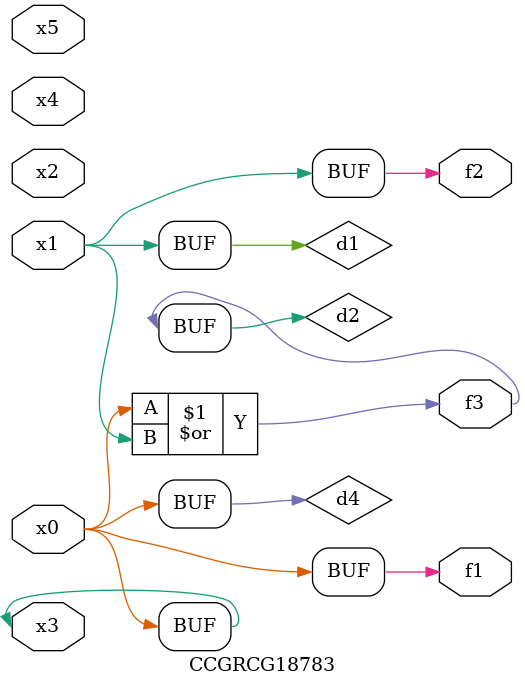
<source format=v>
module CCGRCG18783(
	input x0, x1, x2, x3, x4, x5,
	output f1, f2, f3
);

	wire d1, d2, d3, d4;

	and (d1, x1);
	or (d2, x0, x1);
	nand (d3, x0, x5);
	buf (d4, x0, x3);
	assign f1 = d4;
	assign f2 = d1;
	assign f3 = d2;
endmodule

</source>
